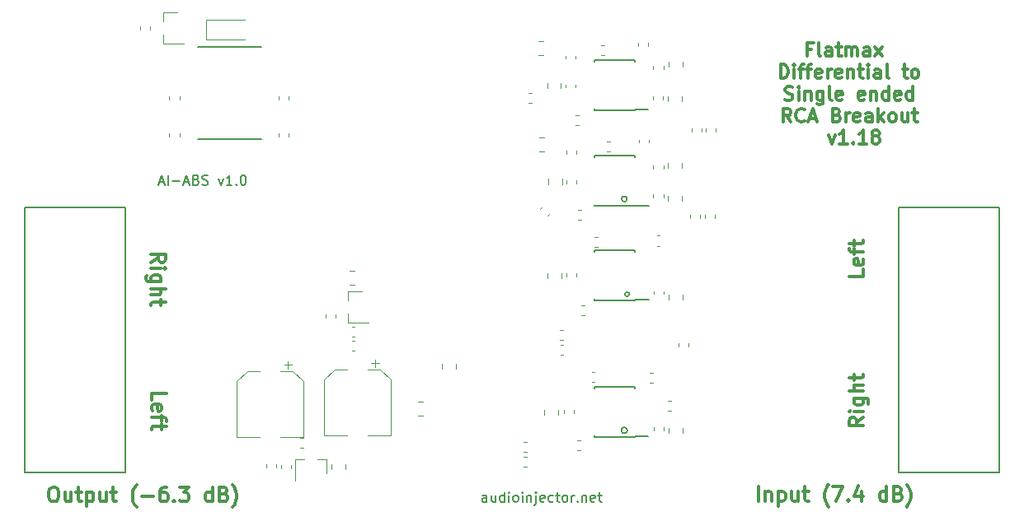
<source format=gbr>
G04 #@! TF.GenerationSoftware,KiCad,Pcbnew,6.0.2+dfsg-1*
G04 #@! TF.CreationDate,2022-08-30T21:03:39+10:00*
G04 #@! TF.ProjectId,AI.ABS.v1.single.ended.preamplifier,41492e41-4253-42e7-9631-2e73696e676c,rev?*
G04 #@! TF.SameCoordinates,Original*
G04 #@! TF.FileFunction,Legend,Top*
G04 #@! TF.FilePolarity,Positive*
%FSLAX45Y45*%
G04 Gerber Fmt 4.5, Leading zero omitted, Abs format (unit mm)*
G04 Created by KiCad (PCBNEW 6.0.2+dfsg-1) date 2022-08-30 21:03:39*
%MOMM*%
%LPD*%
G01*
G04 APERTURE LIST*
%ADD10C,0.300000*%
%ADD11C,0.150000*%
%ADD12C,0.120000*%
G04 APERTURE END LIST*
D10*
X10517143Y-14271428D02*
X10517143Y-14200000D01*
X10667143Y-14200000D01*
X10524286Y-14378571D02*
X10517143Y-14364286D01*
X10517143Y-14335714D01*
X10524286Y-14321428D01*
X10538571Y-14314286D01*
X10595714Y-14314286D01*
X10610000Y-14321428D01*
X10617143Y-14335714D01*
X10617143Y-14364286D01*
X10610000Y-14378571D01*
X10595714Y-14385714D01*
X10581429Y-14385714D01*
X10567143Y-14314286D01*
X10617143Y-14428571D02*
X10617143Y-14485714D01*
X10517143Y-14450000D02*
X10645714Y-14450000D01*
X10660000Y-14457143D01*
X10667143Y-14471428D01*
X10667143Y-14485714D01*
X10617143Y-14514286D02*
X10617143Y-14571428D01*
X10667143Y-14535714D02*
X10538571Y-14535714D01*
X10524286Y-14542857D01*
X10517143Y-14557143D01*
X10517143Y-14571428D01*
X17293333Y-10659200D02*
X17246667Y-10659200D01*
X17246667Y-10732533D02*
X17246667Y-10592533D01*
X17313333Y-10592533D01*
X17386667Y-10732533D02*
X17373333Y-10725867D01*
X17366667Y-10712533D01*
X17366667Y-10592533D01*
X17500000Y-10732533D02*
X17500000Y-10659200D01*
X17493333Y-10645867D01*
X17480000Y-10639200D01*
X17453333Y-10639200D01*
X17440000Y-10645867D01*
X17500000Y-10725867D02*
X17486667Y-10732533D01*
X17453333Y-10732533D01*
X17440000Y-10725867D01*
X17433333Y-10712533D01*
X17433333Y-10699200D01*
X17440000Y-10685867D01*
X17453333Y-10679200D01*
X17486667Y-10679200D01*
X17500000Y-10672533D01*
X17546667Y-10639200D02*
X17600000Y-10639200D01*
X17566667Y-10592533D02*
X17566667Y-10712533D01*
X17573333Y-10725867D01*
X17586667Y-10732533D01*
X17600000Y-10732533D01*
X17646667Y-10732533D02*
X17646667Y-10639200D01*
X17646667Y-10652533D02*
X17653333Y-10645867D01*
X17666667Y-10639200D01*
X17686667Y-10639200D01*
X17700000Y-10645867D01*
X17706667Y-10659200D01*
X17706667Y-10732533D01*
X17706667Y-10659200D02*
X17713333Y-10645867D01*
X17726667Y-10639200D01*
X17746667Y-10639200D01*
X17760000Y-10645867D01*
X17766667Y-10659200D01*
X17766667Y-10732533D01*
X17893333Y-10732533D02*
X17893333Y-10659200D01*
X17886667Y-10645867D01*
X17873333Y-10639200D01*
X17846667Y-10639200D01*
X17833333Y-10645867D01*
X17893333Y-10725867D02*
X17880000Y-10732533D01*
X17846667Y-10732533D01*
X17833333Y-10725867D01*
X17826667Y-10712533D01*
X17826667Y-10699200D01*
X17833333Y-10685867D01*
X17846667Y-10679200D01*
X17880000Y-10679200D01*
X17893333Y-10672533D01*
X17946667Y-10732533D02*
X18020000Y-10639200D01*
X17946667Y-10639200D02*
X18020000Y-10732533D01*
X16973333Y-10957933D02*
X16973333Y-10817933D01*
X17006667Y-10817933D01*
X17026667Y-10824600D01*
X17040000Y-10837933D01*
X17046667Y-10851267D01*
X17053333Y-10877933D01*
X17053333Y-10897933D01*
X17046667Y-10924600D01*
X17040000Y-10937933D01*
X17026667Y-10951267D01*
X17006667Y-10957933D01*
X16973333Y-10957933D01*
X17113333Y-10957933D02*
X17113333Y-10864600D01*
X17113333Y-10817933D02*
X17106667Y-10824600D01*
X17113333Y-10831267D01*
X17120000Y-10824600D01*
X17113333Y-10817933D01*
X17113333Y-10831267D01*
X17160000Y-10864600D02*
X17213333Y-10864600D01*
X17180000Y-10957933D02*
X17180000Y-10837933D01*
X17186667Y-10824600D01*
X17200000Y-10817933D01*
X17213333Y-10817933D01*
X17240000Y-10864600D02*
X17293333Y-10864600D01*
X17260000Y-10957933D02*
X17260000Y-10837933D01*
X17266667Y-10824600D01*
X17280000Y-10817933D01*
X17293333Y-10817933D01*
X17393333Y-10951267D02*
X17380000Y-10957933D01*
X17353333Y-10957933D01*
X17340000Y-10951267D01*
X17333333Y-10937933D01*
X17333333Y-10884600D01*
X17340000Y-10871267D01*
X17353333Y-10864600D01*
X17380000Y-10864600D01*
X17393333Y-10871267D01*
X17400000Y-10884600D01*
X17400000Y-10897933D01*
X17333333Y-10911267D01*
X17460000Y-10957933D02*
X17460000Y-10864600D01*
X17460000Y-10891267D02*
X17466667Y-10877933D01*
X17473333Y-10871267D01*
X17486667Y-10864600D01*
X17500000Y-10864600D01*
X17600000Y-10951267D02*
X17586667Y-10957933D01*
X17560000Y-10957933D01*
X17546667Y-10951267D01*
X17540000Y-10937933D01*
X17540000Y-10884600D01*
X17546667Y-10871267D01*
X17560000Y-10864600D01*
X17586667Y-10864600D01*
X17600000Y-10871267D01*
X17606667Y-10884600D01*
X17606667Y-10897933D01*
X17540000Y-10911267D01*
X17666667Y-10864600D02*
X17666667Y-10957933D01*
X17666667Y-10877933D02*
X17673333Y-10871267D01*
X17686667Y-10864600D01*
X17706667Y-10864600D01*
X17720000Y-10871267D01*
X17726667Y-10884600D01*
X17726667Y-10957933D01*
X17773333Y-10864600D02*
X17826667Y-10864600D01*
X17793333Y-10817933D02*
X17793333Y-10937933D01*
X17800000Y-10951267D01*
X17813333Y-10957933D01*
X17826667Y-10957933D01*
X17873333Y-10957933D02*
X17873333Y-10864600D01*
X17873333Y-10817933D02*
X17866667Y-10824600D01*
X17873333Y-10831267D01*
X17880000Y-10824600D01*
X17873333Y-10817933D01*
X17873333Y-10831267D01*
X18000000Y-10957933D02*
X18000000Y-10884600D01*
X17993333Y-10871267D01*
X17980000Y-10864600D01*
X17953333Y-10864600D01*
X17940000Y-10871267D01*
X18000000Y-10951267D02*
X17986667Y-10957933D01*
X17953333Y-10957933D01*
X17940000Y-10951267D01*
X17933333Y-10937933D01*
X17933333Y-10924600D01*
X17940000Y-10911267D01*
X17953333Y-10904600D01*
X17986667Y-10904600D01*
X18000000Y-10897933D01*
X18086667Y-10957933D02*
X18073333Y-10951267D01*
X18066667Y-10937933D01*
X18066667Y-10817933D01*
X18226667Y-10864600D02*
X18280000Y-10864600D01*
X18246667Y-10817933D02*
X18246667Y-10937933D01*
X18253333Y-10951267D01*
X18266667Y-10957933D01*
X18280000Y-10957933D01*
X18346667Y-10957933D02*
X18333333Y-10951267D01*
X18326667Y-10944600D01*
X18320000Y-10931267D01*
X18320000Y-10891267D01*
X18326667Y-10877933D01*
X18333333Y-10871267D01*
X18346667Y-10864600D01*
X18366667Y-10864600D01*
X18380000Y-10871267D01*
X18386667Y-10877933D01*
X18393333Y-10891267D01*
X18393333Y-10931267D01*
X18386667Y-10944600D01*
X18380000Y-10951267D01*
X18366667Y-10957933D01*
X18346667Y-10957933D01*
X17020000Y-11176667D02*
X17040000Y-11183333D01*
X17073333Y-11183333D01*
X17086667Y-11176667D01*
X17093333Y-11170000D01*
X17100000Y-11156667D01*
X17100000Y-11143333D01*
X17093333Y-11130000D01*
X17086667Y-11123333D01*
X17073333Y-11116667D01*
X17046667Y-11110000D01*
X17033333Y-11103333D01*
X17026667Y-11096667D01*
X17020000Y-11083333D01*
X17020000Y-11070000D01*
X17026667Y-11056667D01*
X17033333Y-11050000D01*
X17046667Y-11043333D01*
X17080000Y-11043333D01*
X17100000Y-11050000D01*
X17160000Y-11183333D02*
X17160000Y-11090000D01*
X17160000Y-11043333D02*
X17153333Y-11050000D01*
X17160000Y-11056667D01*
X17166667Y-11050000D01*
X17160000Y-11043333D01*
X17160000Y-11056667D01*
X17226667Y-11090000D02*
X17226667Y-11183333D01*
X17226667Y-11103333D02*
X17233333Y-11096667D01*
X17246667Y-11090000D01*
X17266667Y-11090000D01*
X17280000Y-11096667D01*
X17286667Y-11110000D01*
X17286667Y-11183333D01*
X17413333Y-11090000D02*
X17413333Y-11203333D01*
X17406667Y-11216667D01*
X17400000Y-11223333D01*
X17386667Y-11230000D01*
X17366667Y-11230000D01*
X17353333Y-11223333D01*
X17413333Y-11176667D02*
X17400000Y-11183333D01*
X17373333Y-11183333D01*
X17360000Y-11176667D01*
X17353333Y-11170000D01*
X17346667Y-11156667D01*
X17346667Y-11116667D01*
X17353333Y-11103333D01*
X17360000Y-11096667D01*
X17373333Y-11090000D01*
X17400000Y-11090000D01*
X17413333Y-11096667D01*
X17500000Y-11183333D02*
X17486667Y-11176667D01*
X17480000Y-11163333D01*
X17480000Y-11043333D01*
X17606667Y-11176667D02*
X17593333Y-11183333D01*
X17566667Y-11183333D01*
X17553333Y-11176667D01*
X17546667Y-11163333D01*
X17546667Y-11110000D01*
X17553333Y-11096667D01*
X17566667Y-11090000D01*
X17593333Y-11090000D01*
X17606667Y-11096667D01*
X17613333Y-11110000D01*
X17613333Y-11123333D01*
X17546667Y-11136667D01*
X17833333Y-11176667D02*
X17820000Y-11183333D01*
X17793333Y-11183333D01*
X17780000Y-11176667D01*
X17773333Y-11163333D01*
X17773333Y-11110000D01*
X17780000Y-11096667D01*
X17793333Y-11090000D01*
X17820000Y-11090000D01*
X17833333Y-11096667D01*
X17840000Y-11110000D01*
X17840000Y-11123333D01*
X17773333Y-11136667D01*
X17900000Y-11090000D02*
X17900000Y-11183333D01*
X17900000Y-11103333D02*
X17906667Y-11096667D01*
X17920000Y-11090000D01*
X17940000Y-11090000D01*
X17953333Y-11096667D01*
X17960000Y-11110000D01*
X17960000Y-11183333D01*
X18086667Y-11183333D02*
X18086667Y-11043333D01*
X18086667Y-11176667D02*
X18073333Y-11183333D01*
X18046667Y-11183333D01*
X18033333Y-11176667D01*
X18026667Y-11170000D01*
X18020000Y-11156667D01*
X18020000Y-11116667D01*
X18026667Y-11103333D01*
X18033333Y-11096667D01*
X18046667Y-11090000D01*
X18073333Y-11090000D01*
X18086667Y-11096667D01*
X18206667Y-11176667D02*
X18193333Y-11183333D01*
X18166667Y-11183333D01*
X18153333Y-11176667D01*
X18146667Y-11163333D01*
X18146667Y-11110000D01*
X18153333Y-11096667D01*
X18166667Y-11090000D01*
X18193333Y-11090000D01*
X18206667Y-11096667D01*
X18213333Y-11110000D01*
X18213333Y-11123333D01*
X18146667Y-11136667D01*
X18333333Y-11183333D02*
X18333333Y-11043333D01*
X18333333Y-11176667D02*
X18320000Y-11183333D01*
X18293333Y-11183333D01*
X18280000Y-11176667D01*
X18273333Y-11170000D01*
X18266667Y-11156667D01*
X18266667Y-11116667D01*
X18273333Y-11103333D01*
X18280000Y-11096667D01*
X18293333Y-11090000D01*
X18320000Y-11090000D01*
X18333333Y-11096667D01*
X17080000Y-11408733D02*
X17033333Y-11342067D01*
X17000000Y-11408733D02*
X17000000Y-11268733D01*
X17053333Y-11268733D01*
X17066667Y-11275400D01*
X17073333Y-11282067D01*
X17080000Y-11295400D01*
X17080000Y-11315400D01*
X17073333Y-11328733D01*
X17066667Y-11335400D01*
X17053333Y-11342067D01*
X17000000Y-11342067D01*
X17220000Y-11395400D02*
X17213333Y-11402067D01*
X17193333Y-11408733D01*
X17180000Y-11408733D01*
X17160000Y-11402067D01*
X17146667Y-11388733D01*
X17140000Y-11375400D01*
X17133333Y-11348733D01*
X17133333Y-11328733D01*
X17140000Y-11302067D01*
X17146667Y-11288733D01*
X17160000Y-11275400D01*
X17180000Y-11268733D01*
X17193333Y-11268733D01*
X17213333Y-11275400D01*
X17220000Y-11282067D01*
X17273333Y-11368733D02*
X17340000Y-11368733D01*
X17260000Y-11408733D02*
X17306667Y-11268733D01*
X17353333Y-11408733D01*
X17553333Y-11335400D02*
X17573333Y-11342067D01*
X17580000Y-11348733D01*
X17586667Y-11362067D01*
X17586667Y-11382067D01*
X17580000Y-11395400D01*
X17573333Y-11402067D01*
X17560000Y-11408733D01*
X17506667Y-11408733D01*
X17506667Y-11268733D01*
X17553333Y-11268733D01*
X17566667Y-11275400D01*
X17573333Y-11282067D01*
X17580000Y-11295400D01*
X17580000Y-11308733D01*
X17573333Y-11322067D01*
X17566667Y-11328733D01*
X17553333Y-11335400D01*
X17506667Y-11335400D01*
X17646667Y-11408733D02*
X17646667Y-11315400D01*
X17646667Y-11342067D02*
X17653333Y-11328733D01*
X17660000Y-11322067D01*
X17673333Y-11315400D01*
X17686667Y-11315400D01*
X17786667Y-11402067D02*
X17773333Y-11408733D01*
X17746667Y-11408733D01*
X17733333Y-11402067D01*
X17726667Y-11388733D01*
X17726667Y-11335400D01*
X17733333Y-11322067D01*
X17746667Y-11315400D01*
X17773333Y-11315400D01*
X17786667Y-11322067D01*
X17793333Y-11335400D01*
X17793333Y-11348733D01*
X17726667Y-11362067D01*
X17913333Y-11408733D02*
X17913333Y-11335400D01*
X17906667Y-11322067D01*
X17893333Y-11315400D01*
X17866667Y-11315400D01*
X17853333Y-11322067D01*
X17913333Y-11402067D02*
X17900000Y-11408733D01*
X17866667Y-11408733D01*
X17853333Y-11402067D01*
X17846667Y-11388733D01*
X17846667Y-11375400D01*
X17853333Y-11362067D01*
X17866667Y-11355400D01*
X17900000Y-11355400D01*
X17913333Y-11348733D01*
X17980000Y-11408733D02*
X17980000Y-11268733D01*
X17993333Y-11355400D02*
X18033333Y-11408733D01*
X18033333Y-11315400D02*
X17980000Y-11368733D01*
X18113333Y-11408733D02*
X18100000Y-11402067D01*
X18093333Y-11395400D01*
X18086667Y-11382067D01*
X18086667Y-11342067D01*
X18093333Y-11328733D01*
X18100000Y-11322067D01*
X18113333Y-11315400D01*
X18133333Y-11315400D01*
X18146667Y-11322067D01*
X18153333Y-11328733D01*
X18160000Y-11342067D01*
X18160000Y-11382067D01*
X18153333Y-11395400D01*
X18146667Y-11402067D01*
X18133333Y-11408733D01*
X18113333Y-11408733D01*
X18280000Y-11315400D02*
X18280000Y-11408733D01*
X18220000Y-11315400D02*
X18220000Y-11388733D01*
X18226667Y-11402067D01*
X18240000Y-11408733D01*
X18260000Y-11408733D01*
X18273333Y-11402067D01*
X18280000Y-11395400D01*
X18326667Y-11315400D02*
X18380000Y-11315400D01*
X18346667Y-11268733D02*
X18346667Y-11388733D01*
X18353333Y-11402067D01*
X18366667Y-11408733D01*
X18380000Y-11408733D01*
X17466667Y-11540800D02*
X17500000Y-11634133D01*
X17533333Y-11540800D01*
X17660000Y-11634133D02*
X17580000Y-11634133D01*
X17620000Y-11634133D02*
X17620000Y-11494133D01*
X17606667Y-11514133D01*
X17593333Y-11527467D01*
X17580000Y-11534133D01*
X17720000Y-11620800D02*
X17726667Y-11627467D01*
X17720000Y-11634133D01*
X17713333Y-11627467D01*
X17720000Y-11620800D01*
X17720000Y-11634133D01*
X17860000Y-11634133D02*
X17780000Y-11634133D01*
X17820000Y-11634133D02*
X17820000Y-11494133D01*
X17806667Y-11514133D01*
X17793333Y-11527467D01*
X17780000Y-11534133D01*
X17940000Y-11554133D02*
X17926667Y-11547467D01*
X17920000Y-11540800D01*
X17913333Y-11527467D01*
X17913333Y-11520800D01*
X17920000Y-11507467D01*
X17926667Y-11500800D01*
X17940000Y-11494133D01*
X17966667Y-11494133D01*
X17980000Y-11500800D01*
X17986667Y-11507467D01*
X17993333Y-11520800D01*
X17993333Y-11527467D01*
X17986667Y-11540800D01*
X17980000Y-11547467D01*
X17966667Y-11554133D01*
X17940000Y-11554133D01*
X17926667Y-11560800D01*
X17920000Y-11567467D01*
X17913333Y-11580800D01*
X17913333Y-11607467D01*
X17920000Y-11620800D01*
X17926667Y-11627467D01*
X17940000Y-11634133D01*
X17966667Y-11634133D01*
X17980000Y-11627467D01*
X17986667Y-11620800D01*
X17993333Y-11607467D01*
X17993333Y-11580800D01*
X17986667Y-11567467D01*
X17980000Y-11560800D01*
X17966667Y-11554133D01*
D11*
X15398284Y-12200000D02*
G75*
G03*
X15398284Y-12200000I-28284J0D01*
G01*
X13958095Y-15315238D02*
X13958095Y-15262857D01*
X13953333Y-15253333D01*
X13943809Y-15248571D01*
X13924762Y-15248571D01*
X13915238Y-15253333D01*
X13958095Y-15310476D02*
X13948571Y-15315238D01*
X13924762Y-15315238D01*
X13915238Y-15310476D01*
X13910476Y-15300952D01*
X13910476Y-15291428D01*
X13915238Y-15281905D01*
X13924762Y-15277143D01*
X13948571Y-15277143D01*
X13958095Y-15272381D01*
X14048571Y-15248571D02*
X14048571Y-15315238D01*
X14005714Y-15248571D02*
X14005714Y-15300952D01*
X14010476Y-15310476D01*
X14020000Y-15315238D01*
X14034286Y-15315238D01*
X14043809Y-15310476D01*
X14048571Y-15305714D01*
X14139048Y-15315238D02*
X14139048Y-15215238D01*
X14139048Y-15310476D02*
X14129524Y-15315238D01*
X14110476Y-15315238D01*
X14100952Y-15310476D01*
X14096190Y-15305714D01*
X14091428Y-15296190D01*
X14091428Y-15267619D01*
X14096190Y-15258095D01*
X14100952Y-15253333D01*
X14110476Y-15248571D01*
X14129524Y-15248571D01*
X14139048Y-15253333D01*
X14186667Y-15315238D02*
X14186667Y-15248571D01*
X14186667Y-15215238D02*
X14181905Y-15220000D01*
X14186667Y-15224762D01*
X14191428Y-15220000D01*
X14186667Y-15215238D01*
X14186667Y-15224762D01*
X14248571Y-15315238D02*
X14239048Y-15310476D01*
X14234286Y-15305714D01*
X14229524Y-15296190D01*
X14229524Y-15267619D01*
X14234286Y-15258095D01*
X14239048Y-15253333D01*
X14248571Y-15248571D01*
X14262857Y-15248571D01*
X14272381Y-15253333D01*
X14277143Y-15258095D01*
X14281905Y-15267619D01*
X14281905Y-15296190D01*
X14277143Y-15305714D01*
X14272381Y-15310476D01*
X14262857Y-15315238D01*
X14248571Y-15315238D01*
X14324762Y-15315238D02*
X14324762Y-15248571D01*
X14324762Y-15215238D02*
X14320000Y-15220000D01*
X14324762Y-15224762D01*
X14329524Y-15220000D01*
X14324762Y-15215238D01*
X14324762Y-15224762D01*
X14372381Y-15248571D02*
X14372381Y-15315238D01*
X14372381Y-15258095D02*
X14377143Y-15253333D01*
X14386667Y-15248571D01*
X14400952Y-15248571D01*
X14410476Y-15253333D01*
X14415238Y-15262857D01*
X14415238Y-15315238D01*
X14462857Y-15248571D02*
X14462857Y-15334286D01*
X14458095Y-15343809D01*
X14448571Y-15348571D01*
X14443809Y-15348571D01*
X14462857Y-15215238D02*
X14458095Y-15220000D01*
X14462857Y-15224762D01*
X14467619Y-15220000D01*
X14462857Y-15215238D01*
X14462857Y-15224762D01*
X14548571Y-15310476D02*
X14539048Y-15315238D01*
X14520000Y-15315238D01*
X14510476Y-15310476D01*
X14505714Y-15300952D01*
X14505714Y-15262857D01*
X14510476Y-15253333D01*
X14520000Y-15248571D01*
X14539048Y-15248571D01*
X14548571Y-15253333D01*
X14553333Y-15262857D01*
X14553333Y-15272381D01*
X14505714Y-15281905D01*
X14639048Y-15310476D02*
X14629524Y-15315238D01*
X14610476Y-15315238D01*
X14600952Y-15310476D01*
X14596190Y-15305714D01*
X14591428Y-15296190D01*
X14591428Y-15267619D01*
X14596190Y-15258095D01*
X14600952Y-15253333D01*
X14610476Y-15248571D01*
X14629524Y-15248571D01*
X14639048Y-15253333D01*
X14667619Y-15248571D02*
X14705714Y-15248571D01*
X14681905Y-15215238D02*
X14681905Y-15300952D01*
X14686667Y-15310476D01*
X14696190Y-15315238D01*
X14705714Y-15315238D01*
X14753333Y-15315238D02*
X14743809Y-15310476D01*
X14739048Y-15305714D01*
X14734286Y-15296190D01*
X14734286Y-15267619D01*
X14739048Y-15258095D01*
X14743809Y-15253333D01*
X14753333Y-15248571D01*
X14767619Y-15248571D01*
X14777143Y-15253333D01*
X14781905Y-15258095D01*
X14786667Y-15267619D01*
X14786667Y-15296190D01*
X14781905Y-15305714D01*
X14777143Y-15310476D01*
X14767619Y-15315238D01*
X14753333Y-15315238D01*
X14829524Y-15315238D02*
X14829524Y-15248571D01*
X14829524Y-15267619D02*
X14834286Y-15258095D01*
X14839048Y-15253333D01*
X14848571Y-15248571D01*
X14858095Y-15248571D01*
X14891428Y-15305714D02*
X14896190Y-15310476D01*
X14891428Y-15315238D01*
X14886667Y-15310476D01*
X14891428Y-15305714D01*
X14891428Y-15315238D01*
X14939048Y-15248571D02*
X14939048Y-15315238D01*
X14939048Y-15258095D02*
X14943809Y-15253333D01*
X14953333Y-15248571D01*
X14967619Y-15248571D01*
X14977143Y-15253333D01*
X14981905Y-15262857D01*
X14981905Y-15315238D01*
X15067619Y-15310476D02*
X15058095Y-15315238D01*
X15039048Y-15315238D01*
X15029524Y-15310476D01*
X15024762Y-15300952D01*
X15024762Y-15262857D01*
X15029524Y-15253333D01*
X15039048Y-15248571D01*
X15058095Y-15248571D01*
X15067619Y-15253333D01*
X15072381Y-15262857D01*
X15072381Y-15272381D01*
X15024762Y-15281905D01*
X15100952Y-15248571D02*
X15139048Y-15248571D01*
X15115238Y-15215238D02*
X15115238Y-15300952D01*
X15120000Y-15310476D01*
X15129524Y-15315238D01*
X15139048Y-15315238D01*
X10594762Y-12026667D02*
X10642381Y-12026667D01*
X10585238Y-12055238D02*
X10618571Y-11955238D01*
X10651905Y-12055238D01*
X10685238Y-12055238D02*
X10685238Y-11955238D01*
X10732857Y-12017143D02*
X10809048Y-12017143D01*
X10851905Y-12026667D02*
X10899524Y-12026667D01*
X10842381Y-12055238D02*
X10875714Y-11955238D01*
X10909048Y-12055238D01*
X10975714Y-12002857D02*
X10990000Y-12007619D01*
X10994762Y-12012381D01*
X10999524Y-12021905D01*
X10999524Y-12036190D01*
X10994762Y-12045714D01*
X10990000Y-12050476D01*
X10980476Y-12055238D01*
X10942381Y-12055238D01*
X10942381Y-11955238D01*
X10975714Y-11955238D01*
X10985238Y-11960000D01*
X10990000Y-11964762D01*
X10994762Y-11974286D01*
X10994762Y-11983809D01*
X10990000Y-11993333D01*
X10985238Y-11998095D01*
X10975714Y-12002857D01*
X10942381Y-12002857D01*
X11037619Y-12050476D02*
X11051905Y-12055238D01*
X11075714Y-12055238D01*
X11085238Y-12050476D01*
X11090000Y-12045714D01*
X11094762Y-12036190D01*
X11094762Y-12026667D01*
X11090000Y-12017143D01*
X11085238Y-12012381D01*
X11075714Y-12007619D01*
X11056667Y-12002857D01*
X11047143Y-11998095D01*
X11042381Y-11993333D01*
X11037619Y-11983809D01*
X11037619Y-11974286D01*
X11042381Y-11964762D01*
X11047143Y-11960000D01*
X11056667Y-11955238D01*
X11080476Y-11955238D01*
X11094762Y-11960000D01*
X11204286Y-11988571D02*
X11228095Y-12055238D01*
X11251905Y-11988571D01*
X11342381Y-12055238D02*
X11285238Y-12055238D01*
X11313809Y-12055238D02*
X11313809Y-11955238D01*
X11304286Y-11969524D01*
X11294762Y-11979048D01*
X11285238Y-11983809D01*
X11385238Y-12045714D02*
X11390000Y-12050476D01*
X11385238Y-12055238D01*
X11380476Y-12050476D01*
X11385238Y-12045714D01*
X11385238Y-12055238D01*
X11451905Y-11955238D02*
X11461428Y-11955238D01*
X11470952Y-11960000D01*
X11475714Y-11964762D01*
X11480476Y-11974286D01*
X11485238Y-11993333D01*
X11485238Y-12017143D01*
X11480476Y-12036190D01*
X11475714Y-12045714D01*
X11470952Y-12050476D01*
X11461428Y-12055238D01*
X11451905Y-12055238D01*
X11442381Y-12050476D01*
X11437619Y-12045714D01*
X11432857Y-12036190D01*
X11428095Y-12017143D01*
X11428095Y-11993333D01*
X11432857Y-11974286D01*
X11437619Y-11964762D01*
X11442381Y-11960000D01*
X11451905Y-11955238D01*
D10*
X10512143Y-12852143D02*
X10583571Y-12802143D01*
X10512143Y-12766428D02*
X10662143Y-12766428D01*
X10662143Y-12823571D01*
X10655000Y-12837857D01*
X10647857Y-12845000D01*
X10633571Y-12852143D01*
X10612143Y-12852143D01*
X10597857Y-12845000D01*
X10590714Y-12837857D01*
X10583571Y-12823571D01*
X10583571Y-12766428D01*
X10512143Y-12916428D02*
X10612143Y-12916428D01*
X10662143Y-12916428D02*
X10655000Y-12909286D01*
X10647857Y-12916428D01*
X10655000Y-12923571D01*
X10662143Y-12916428D01*
X10647857Y-12916428D01*
X10612143Y-13052143D02*
X10490714Y-13052143D01*
X10476429Y-13045000D01*
X10469286Y-13037857D01*
X10462143Y-13023571D01*
X10462143Y-13002143D01*
X10469286Y-12987857D01*
X10519286Y-13052143D02*
X10512143Y-13037857D01*
X10512143Y-13009286D01*
X10519286Y-12995000D01*
X10526429Y-12987857D01*
X10540714Y-12980714D01*
X10583571Y-12980714D01*
X10597857Y-12987857D01*
X10605000Y-12995000D01*
X10612143Y-13009286D01*
X10612143Y-13037857D01*
X10605000Y-13052143D01*
X10512143Y-13123571D02*
X10662143Y-13123571D01*
X10512143Y-13187857D02*
X10590714Y-13187857D01*
X10605000Y-13180714D01*
X10612143Y-13166428D01*
X10612143Y-13145000D01*
X10605000Y-13130714D01*
X10597857Y-13123571D01*
X10612143Y-13237857D02*
X10612143Y-13295000D01*
X10662143Y-13259286D02*
X10533571Y-13259286D01*
X10519286Y-13266428D01*
X10512143Y-13280714D01*
X10512143Y-13295000D01*
X17827857Y-14447857D02*
X17756429Y-14497857D01*
X17827857Y-14533571D02*
X17677857Y-14533571D01*
X17677857Y-14476428D01*
X17685000Y-14462143D01*
X17692143Y-14455000D01*
X17706429Y-14447857D01*
X17727857Y-14447857D01*
X17742143Y-14455000D01*
X17749286Y-14462143D01*
X17756429Y-14476428D01*
X17756429Y-14533571D01*
X17827857Y-14383571D02*
X17727857Y-14383571D01*
X17677857Y-14383571D02*
X17685000Y-14390714D01*
X17692143Y-14383571D01*
X17685000Y-14376428D01*
X17677857Y-14383571D01*
X17692143Y-14383571D01*
X17727857Y-14247857D02*
X17849286Y-14247857D01*
X17863571Y-14255000D01*
X17870714Y-14262143D01*
X17877857Y-14276428D01*
X17877857Y-14297857D01*
X17870714Y-14312143D01*
X17820714Y-14247857D02*
X17827857Y-14262143D01*
X17827857Y-14290714D01*
X17820714Y-14305000D01*
X17813571Y-14312143D01*
X17799286Y-14319286D01*
X17756429Y-14319286D01*
X17742143Y-14312143D01*
X17735000Y-14305000D01*
X17727857Y-14290714D01*
X17727857Y-14262143D01*
X17735000Y-14247857D01*
X17827857Y-14176428D02*
X17677857Y-14176428D01*
X17827857Y-14112143D02*
X17749286Y-14112143D01*
X17735000Y-14119286D01*
X17727857Y-14133571D01*
X17727857Y-14155000D01*
X17735000Y-14169286D01*
X17742143Y-14176428D01*
X17727857Y-14062143D02*
X17727857Y-14005000D01*
X17677857Y-14040714D02*
X17806429Y-14040714D01*
X17820714Y-14033571D01*
X17827857Y-14019286D01*
X17827857Y-14005000D01*
X17827857Y-12923571D02*
X17827857Y-12995000D01*
X17677857Y-12995000D01*
X17820714Y-12816428D02*
X17827857Y-12830714D01*
X17827857Y-12859286D01*
X17820714Y-12873571D01*
X17806429Y-12880714D01*
X17749286Y-12880714D01*
X17735000Y-12873571D01*
X17727857Y-12859286D01*
X17727857Y-12830714D01*
X17735000Y-12816428D01*
X17749286Y-12809286D01*
X17763571Y-12809286D01*
X17777857Y-12880714D01*
X17727857Y-12766428D02*
X17727857Y-12709286D01*
X17827857Y-12745000D02*
X17699286Y-12745000D01*
X17685000Y-12737857D01*
X17677857Y-12723571D01*
X17677857Y-12709286D01*
X17727857Y-12680714D02*
X17727857Y-12623571D01*
X17677857Y-12659286D02*
X17806429Y-12659286D01*
X17820714Y-12652143D01*
X17827857Y-12637857D01*
X17827857Y-12623571D01*
D11*
X15401623Y-14580000D02*
G75*
G03*
X15401623Y-14580000I-31623J0D01*
G01*
X15422361Y-13180000D02*
G75*
G03*
X15422361Y-13180000I-22361J0D01*
G01*
D10*
X16747857Y-15307857D02*
X16747857Y-15157857D01*
X16819286Y-15207857D02*
X16819286Y-15307857D01*
X16819286Y-15222143D02*
X16826429Y-15215000D01*
X16840714Y-15207857D01*
X16862143Y-15207857D01*
X16876429Y-15215000D01*
X16883571Y-15229286D01*
X16883571Y-15307857D01*
X16955000Y-15207857D02*
X16955000Y-15357857D01*
X16955000Y-15215000D02*
X16969286Y-15207857D01*
X16997857Y-15207857D01*
X17012143Y-15215000D01*
X17019286Y-15222143D01*
X17026429Y-15236428D01*
X17026429Y-15279286D01*
X17019286Y-15293571D01*
X17012143Y-15300714D01*
X16997857Y-15307857D01*
X16969286Y-15307857D01*
X16955000Y-15300714D01*
X17155000Y-15207857D02*
X17155000Y-15307857D01*
X17090714Y-15207857D02*
X17090714Y-15286428D01*
X17097857Y-15300714D01*
X17112143Y-15307857D01*
X17133571Y-15307857D01*
X17147857Y-15300714D01*
X17155000Y-15293571D01*
X17205000Y-15207857D02*
X17262143Y-15207857D01*
X17226429Y-15157857D02*
X17226429Y-15286428D01*
X17233571Y-15300714D01*
X17247857Y-15307857D01*
X17262143Y-15307857D01*
X17469286Y-15365000D02*
X17462143Y-15357857D01*
X17447857Y-15336428D01*
X17440714Y-15322143D01*
X17433571Y-15300714D01*
X17426429Y-15265000D01*
X17426429Y-15236428D01*
X17433571Y-15200714D01*
X17440714Y-15179286D01*
X17447857Y-15165000D01*
X17462143Y-15143571D01*
X17469286Y-15136428D01*
X17512143Y-15157857D02*
X17612143Y-15157857D01*
X17547857Y-15307857D01*
X17669286Y-15293571D02*
X17676429Y-15300714D01*
X17669286Y-15307857D01*
X17662143Y-15300714D01*
X17669286Y-15293571D01*
X17669286Y-15307857D01*
X17805000Y-15207857D02*
X17805000Y-15307857D01*
X17769286Y-15150714D02*
X17733571Y-15257857D01*
X17826429Y-15257857D01*
X18062143Y-15307857D02*
X18062143Y-15157857D01*
X18062143Y-15300714D02*
X18047857Y-15307857D01*
X18019286Y-15307857D01*
X18005000Y-15300714D01*
X17997857Y-15293571D01*
X17990714Y-15279286D01*
X17990714Y-15236428D01*
X17997857Y-15222143D01*
X18005000Y-15215000D01*
X18019286Y-15207857D01*
X18047857Y-15207857D01*
X18062143Y-15215000D01*
X18183571Y-15229286D02*
X18205000Y-15236428D01*
X18212143Y-15243571D01*
X18219286Y-15257857D01*
X18219286Y-15279286D01*
X18212143Y-15293571D01*
X18205000Y-15300714D01*
X18190714Y-15307857D01*
X18133571Y-15307857D01*
X18133571Y-15157857D01*
X18183571Y-15157857D01*
X18197857Y-15165000D01*
X18205000Y-15172143D01*
X18212143Y-15186428D01*
X18212143Y-15200714D01*
X18205000Y-15215000D01*
X18197857Y-15222143D01*
X18183571Y-15229286D01*
X18133571Y-15229286D01*
X18269286Y-15365000D02*
X18276429Y-15357857D01*
X18290714Y-15336428D01*
X18297857Y-15322143D01*
X18305000Y-15300714D01*
X18312143Y-15265000D01*
X18312143Y-15236428D01*
X18305000Y-15200714D01*
X18297857Y-15179286D01*
X18290714Y-15165000D01*
X18276429Y-15143571D01*
X18269286Y-15136428D01*
X9497857Y-15162857D02*
X9526429Y-15162857D01*
X9540714Y-15170000D01*
X9555000Y-15184286D01*
X9562143Y-15212857D01*
X9562143Y-15262857D01*
X9555000Y-15291428D01*
X9540714Y-15305714D01*
X9526429Y-15312857D01*
X9497857Y-15312857D01*
X9483571Y-15305714D01*
X9469286Y-15291428D01*
X9462143Y-15262857D01*
X9462143Y-15212857D01*
X9469286Y-15184286D01*
X9483571Y-15170000D01*
X9497857Y-15162857D01*
X9690714Y-15212857D02*
X9690714Y-15312857D01*
X9626429Y-15212857D02*
X9626429Y-15291428D01*
X9633571Y-15305714D01*
X9647857Y-15312857D01*
X9669286Y-15312857D01*
X9683571Y-15305714D01*
X9690714Y-15298571D01*
X9740714Y-15212857D02*
X9797857Y-15212857D01*
X9762143Y-15162857D02*
X9762143Y-15291428D01*
X9769286Y-15305714D01*
X9783571Y-15312857D01*
X9797857Y-15312857D01*
X9847857Y-15212857D02*
X9847857Y-15362857D01*
X9847857Y-15220000D02*
X9862143Y-15212857D01*
X9890714Y-15212857D01*
X9905000Y-15220000D01*
X9912143Y-15227143D01*
X9919286Y-15241428D01*
X9919286Y-15284286D01*
X9912143Y-15298571D01*
X9905000Y-15305714D01*
X9890714Y-15312857D01*
X9862143Y-15312857D01*
X9847857Y-15305714D01*
X10047857Y-15212857D02*
X10047857Y-15312857D01*
X9983571Y-15212857D02*
X9983571Y-15291428D01*
X9990714Y-15305714D01*
X10005000Y-15312857D01*
X10026429Y-15312857D01*
X10040714Y-15305714D01*
X10047857Y-15298571D01*
X10097857Y-15212857D02*
X10155000Y-15212857D01*
X10119286Y-15162857D02*
X10119286Y-15291428D01*
X10126429Y-15305714D01*
X10140714Y-15312857D01*
X10155000Y-15312857D01*
X10362143Y-15370000D02*
X10355000Y-15362857D01*
X10340714Y-15341428D01*
X10333571Y-15327143D01*
X10326429Y-15305714D01*
X10319286Y-15270000D01*
X10319286Y-15241428D01*
X10326429Y-15205714D01*
X10333571Y-15184286D01*
X10340714Y-15170000D01*
X10355000Y-15148571D01*
X10362143Y-15141428D01*
X10419286Y-15255714D02*
X10533571Y-15255714D01*
X10669286Y-15162857D02*
X10640714Y-15162857D01*
X10626429Y-15170000D01*
X10619286Y-15177143D01*
X10605000Y-15198571D01*
X10597857Y-15227143D01*
X10597857Y-15284286D01*
X10605000Y-15298571D01*
X10612143Y-15305714D01*
X10626429Y-15312857D01*
X10655000Y-15312857D01*
X10669286Y-15305714D01*
X10676429Y-15298571D01*
X10683571Y-15284286D01*
X10683571Y-15248571D01*
X10676429Y-15234286D01*
X10669286Y-15227143D01*
X10655000Y-15220000D01*
X10626429Y-15220000D01*
X10612143Y-15227143D01*
X10605000Y-15234286D01*
X10597857Y-15248571D01*
X10747857Y-15298571D02*
X10755000Y-15305714D01*
X10747857Y-15312857D01*
X10740714Y-15305714D01*
X10747857Y-15298571D01*
X10747857Y-15312857D01*
X10805000Y-15162857D02*
X10897857Y-15162857D01*
X10847857Y-15220000D01*
X10869286Y-15220000D01*
X10883571Y-15227143D01*
X10890714Y-15234286D01*
X10897857Y-15248571D01*
X10897857Y-15284286D01*
X10890714Y-15298571D01*
X10883571Y-15305714D01*
X10869286Y-15312857D01*
X10826429Y-15312857D01*
X10812143Y-15305714D01*
X10805000Y-15298571D01*
X11140714Y-15312857D02*
X11140714Y-15162857D01*
X11140714Y-15305714D02*
X11126429Y-15312857D01*
X11097857Y-15312857D01*
X11083571Y-15305714D01*
X11076429Y-15298571D01*
X11069286Y-15284286D01*
X11069286Y-15241428D01*
X11076429Y-15227143D01*
X11083571Y-15220000D01*
X11097857Y-15212857D01*
X11126429Y-15212857D01*
X11140714Y-15220000D01*
X11262143Y-15234286D02*
X11283571Y-15241428D01*
X11290714Y-15248571D01*
X11297857Y-15262857D01*
X11297857Y-15284286D01*
X11290714Y-15298571D01*
X11283571Y-15305714D01*
X11269286Y-15312857D01*
X11212143Y-15312857D01*
X11212143Y-15162857D01*
X11262143Y-15162857D01*
X11276428Y-15170000D01*
X11283571Y-15177143D01*
X11290714Y-15191428D01*
X11290714Y-15205714D01*
X11283571Y-15220000D01*
X11276428Y-15227143D01*
X11262143Y-15234286D01*
X11212143Y-15234286D01*
X11347857Y-15370000D02*
X11355000Y-15362857D01*
X11369286Y-15341428D01*
X11376428Y-15327143D01*
X11383571Y-15305714D01*
X11390714Y-15270000D01*
X11390714Y-15241428D01*
X11383571Y-15205714D01*
X11376428Y-15184286D01*
X11369286Y-15170000D01*
X11355000Y-15148571D01*
X11347857Y-15141428D01*
D12*
X15669000Y-10866278D02*
X15669000Y-10833722D01*
X15771000Y-10866278D02*
X15771000Y-10833722D01*
X15817000Y-11140392D02*
X15817000Y-11192108D01*
X15959000Y-11140392D02*
X15959000Y-11192108D01*
X15824000Y-10843358D02*
X15824000Y-10791642D01*
X15966000Y-10843358D02*
X15966000Y-10791642D01*
X15769000Y-11144972D02*
X15769000Y-11177528D01*
X15667000Y-11144972D02*
X15667000Y-11177528D01*
X14881000Y-11703722D02*
X14881000Y-11736278D01*
X14779000Y-11703722D02*
X14779000Y-11736278D01*
X15509000Y-10593722D02*
X15509000Y-10626278D01*
X15611000Y-10593722D02*
X15611000Y-10626278D01*
X14603257Y-12348867D02*
X14580237Y-12371888D01*
X14531132Y-12276743D02*
X14508112Y-12299763D01*
X15067528Y-13979000D02*
X15034972Y-13979000D01*
X15067528Y-14081000D02*
X15034972Y-14081000D01*
X16199000Y-12397528D02*
X16199000Y-12364972D01*
X16301000Y-12397528D02*
X16301000Y-12364972D01*
X15524000Y-11588722D02*
X15524000Y-11621278D01*
X15626000Y-11588722D02*
X15626000Y-11621278D01*
X16311000Y-11506278D02*
X16311000Y-11473722D01*
X16209000Y-11506278D02*
X16209000Y-11473722D01*
D11*
X15482500Y-12272500D02*
X15482500Y-12267500D01*
X15067500Y-12272500D02*
X15067500Y-12258000D01*
X15067500Y-11757500D02*
X15067500Y-11772000D01*
X15482500Y-11757500D02*
X15482500Y-11772000D01*
X15482500Y-12272500D02*
X15067500Y-12272500D01*
X15482500Y-11757500D02*
X15067500Y-11757500D01*
X15482500Y-12267500D02*
X15622500Y-12267500D01*
D12*
X15669000Y-12153722D02*
X15669000Y-12186278D01*
X15771000Y-12153722D02*
X15771000Y-12186278D01*
X15961000Y-11879608D02*
X15961000Y-11827892D01*
X15819000Y-11879608D02*
X15819000Y-11827892D01*
X15961000Y-12167892D02*
X15961000Y-12219608D01*
X15819000Y-12167892D02*
X15819000Y-12219608D01*
X14925028Y-12411000D02*
X14892472Y-12411000D01*
X14925028Y-12309000D02*
X14892472Y-12309000D01*
X15771000Y-11885028D02*
X15771000Y-11852472D01*
X15669000Y-11885028D02*
X15669000Y-11852472D01*
X16059000Y-11506278D02*
X16059000Y-11473722D01*
X16161000Y-11506278D02*
X16161000Y-11473722D01*
X16049000Y-12397528D02*
X16049000Y-12364972D01*
X16151000Y-12397528D02*
X16151000Y-12364972D01*
X14726000Y-12960392D02*
X14726000Y-13012108D01*
X14584000Y-12960392D02*
X14584000Y-13012108D01*
X14745028Y-13651000D02*
X14712472Y-13651000D01*
X14745028Y-13549000D02*
X14712472Y-13549000D01*
X12366500Y-14929142D02*
X12366500Y-14980858D01*
X12508500Y-14929142D02*
X12508500Y-14980858D01*
X12286500Y-14636000D02*
X12521500Y-14636000D01*
X12968500Y-14636000D02*
X12733500Y-14636000D01*
X12968500Y-14060444D02*
X12968500Y-14636000D01*
X12286500Y-14060444D02*
X12286500Y-14636000D01*
X12392944Y-13954000D02*
X12521500Y-13954000D01*
X12862056Y-13954000D02*
X12733500Y-13954000D01*
X12862056Y-13954000D02*
X12968500Y-14060444D01*
X12392944Y-13954000D02*
X12286500Y-14060444D01*
X12812250Y-13851250D02*
X12812250Y-13930000D01*
X12851625Y-13890625D02*
X12772875Y-13890625D01*
X11391500Y-14651000D02*
X11626500Y-14651000D01*
X12073500Y-14651000D02*
X11838500Y-14651000D01*
X12073500Y-14075444D02*
X12073500Y-14651000D01*
X11391500Y-14075444D02*
X11391500Y-14651000D01*
X11497944Y-13969000D02*
X11626500Y-13969000D01*
X11967056Y-13969000D02*
X11838500Y-13969000D01*
X11967056Y-13969000D02*
X12073500Y-14075444D01*
X11497944Y-13969000D02*
X11391500Y-14075444D01*
X11917250Y-13866250D02*
X11917250Y-13945000D01*
X11956625Y-13905625D02*
X11877875Y-13905625D01*
X15847528Y-14381000D02*
X15814972Y-14381000D01*
X15847528Y-14279000D02*
X15814972Y-14279000D01*
X15096278Y-12691000D02*
X15063722Y-12691000D01*
X15096278Y-12589000D02*
X15063722Y-12589000D01*
X16031000Y-13716278D02*
X16031000Y-13683722D01*
X15929000Y-13716278D02*
X15929000Y-13683722D01*
X15776000Y-13147472D02*
X15776000Y-13180028D01*
X15674000Y-13147472D02*
X15674000Y-13180028D01*
X12551642Y-13083500D02*
X12603358Y-13083500D01*
X12551642Y-12941500D02*
X12603358Y-12941500D01*
X12603778Y-13763500D02*
X12571222Y-13763500D01*
X12603778Y-13661500D02*
X12571222Y-13661500D01*
X12531500Y-13154500D02*
X12531500Y-13247500D01*
X12531500Y-13470500D02*
X12531500Y-13377500D01*
X12531500Y-13470500D02*
X12747500Y-13470500D01*
X12531500Y-13154500D02*
X12677500Y-13154500D01*
X12408500Y-13417528D02*
X12408500Y-13384972D01*
X12306500Y-13417528D02*
X12306500Y-13384972D01*
X12571222Y-13511500D02*
X12603778Y-13511500D01*
X12571222Y-13613500D02*
X12603778Y-13613500D01*
D11*
X15477500Y-14647500D02*
X15477500Y-14642500D01*
X15062500Y-14647500D02*
X15062500Y-14633000D01*
X15062500Y-14132500D02*
X15062500Y-14147000D01*
X15477500Y-14132500D02*
X15477500Y-14147000D01*
X15477500Y-14647500D02*
X15062500Y-14647500D01*
X15477500Y-14132500D02*
X15062500Y-14132500D01*
X15477500Y-14642500D02*
X15617500Y-14642500D01*
D12*
X15666278Y-14091000D02*
X15633722Y-14091000D01*
X15666278Y-13989000D02*
X15633722Y-13989000D01*
X14916278Y-14781000D02*
X14883722Y-14781000D01*
X14916278Y-14679000D02*
X14883722Y-14679000D01*
X14749000Y-14368722D02*
X14749000Y-14401278D01*
X14851000Y-14368722D02*
X14851000Y-14401278D01*
X15674000Y-14548722D02*
X15674000Y-14581278D01*
X15776000Y-14548722D02*
X15776000Y-14581278D01*
X14876000Y-12967472D02*
X14876000Y-13000028D01*
X14774000Y-12967472D02*
X14774000Y-13000028D01*
X15736278Y-12681000D02*
X15703722Y-12681000D01*
X15736278Y-12579000D02*
X15703722Y-12579000D01*
X14961278Y-13294000D02*
X14928722Y-13294000D01*
X14961278Y-13396000D02*
X14928722Y-13396000D01*
D11*
X11645500Y-11587500D02*
X10995500Y-11587500D01*
X11645500Y-10637500D02*
X10995500Y-10637500D01*
D12*
X11921000Y-11142472D02*
X11921000Y-11175028D01*
X11819000Y-11142472D02*
X11819000Y-11175028D01*
X11819000Y-11524972D02*
X11819000Y-11557528D01*
X11921000Y-11524972D02*
X11921000Y-11557528D01*
X10699000Y-11144972D02*
X10699000Y-11177528D01*
X10801000Y-11144972D02*
X10801000Y-11177528D01*
X10801000Y-11524972D02*
X10801000Y-11557528D01*
X10699000Y-11524972D02*
X10699000Y-11557528D01*
X10634000Y-10282000D02*
X10780000Y-10282000D01*
X10634000Y-10598000D02*
X10850000Y-10598000D01*
X10634000Y-10598000D02*
X10634000Y-10505000D01*
X10634000Y-10282000D02*
X10634000Y-10375000D01*
X10399000Y-10457528D02*
X10399000Y-10424972D01*
X10501000Y-10457528D02*
X10501000Y-10424972D01*
X11080000Y-10360000D02*
X11470000Y-10360000D01*
X11080000Y-10560000D02*
X11470000Y-10560000D01*
X11080000Y-10360000D02*
X11080000Y-10560000D01*
X11798500Y-14962528D02*
X11798500Y-14929972D01*
X11696500Y-14962528D02*
X11696500Y-14929972D01*
X12310500Y-14879000D02*
X12310500Y-15025000D01*
X11994500Y-14879000D02*
X11994500Y-15095000D01*
X11994500Y-14879000D02*
X12087500Y-14879000D01*
X12310500Y-14879000D02*
X12217500Y-14879000D01*
X12041222Y-14756000D02*
X12073778Y-14756000D01*
X12041222Y-14654000D02*
X12073778Y-14654000D01*
X11948500Y-14938722D02*
X11948500Y-14971278D01*
X11846500Y-14938722D02*
X11846500Y-14971278D01*
D11*
X15482500Y-13237500D02*
X15622500Y-13237500D01*
X15482500Y-12727500D02*
X15067500Y-12727500D01*
X15482500Y-13242500D02*
X15067500Y-13242500D01*
X15482500Y-12727500D02*
X15482500Y-12742000D01*
X15067500Y-12727500D02*
X15067500Y-12742000D01*
X15067500Y-13242500D02*
X15067500Y-13228000D01*
X15482500Y-13242500D02*
X15482500Y-13237500D01*
D12*
X14746278Y-13699000D02*
X14713722Y-13699000D01*
X14746278Y-13801000D02*
X14713722Y-13801000D01*
X14371278Y-14849000D02*
X14338722Y-14849000D01*
X14371278Y-14951000D02*
X14338722Y-14951000D01*
X14369778Y-14804500D02*
X14337222Y-14804500D01*
X14369778Y-14702500D02*
X14337222Y-14702500D01*
X15966000Y-13182892D02*
X15966000Y-13234608D01*
X15824000Y-13182892D02*
X15824000Y-13234608D01*
X14546500Y-14367892D02*
X14546500Y-14419608D01*
X14688500Y-14367892D02*
X14688500Y-14419608D01*
X15824000Y-14557892D02*
X15824000Y-14609608D01*
X15966000Y-14557892D02*
X15966000Y-14609608D01*
D11*
X9217500Y-12290000D02*
X9217500Y-13650000D01*
X10247500Y-12290000D02*
X9217500Y-12290000D01*
X10247500Y-15010000D02*
X10247500Y-12290000D01*
X9217500Y-15010000D02*
X10247500Y-15010000D01*
X9217500Y-13650000D02*
X9217500Y-15010000D01*
X19220000Y-13650000D02*
X19220000Y-12290000D01*
X19220000Y-12290000D02*
X18190000Y-12290000D01*
X18190000Y-12290000D02*
X18190000Y-15010000D01*
X18190000Y-15010000D02*
X19220000Y-15010000D01*
X19220000Y-15010000D02*
X19220000Y-13650000D01*
D12*
X13499000Y-13949608D02*
X13499000Y-13897892D01*
X13641000Y-13949608D02*
X13641000Y-13897892D01*
X13254142Y-14431000D02*
X13305858Y-14431000D01*
X13254142Y-14289000D02*
X13305858Y-14289000D01*
X14731000Y-11994142D02*
X14731000Y-12045858D01*
X14589000Y-11994142D02*
X14589000Y-12045858D01*
X14905028Y-11441000D02*
X14872472Y-11441000D01*
X14905028Y-11339000D02*
X14872472Y-11339000D01*
X14579000Y-11007892D02*
X14579000Y-11059608D01*
X14721000Y-11007892D02*
X14721000Y-11059608D01*
X14779000Y-12004972D02*
X14779000Y-12037528D01*
X14881000Y-12004972D02*
X14881000Y-12037528D01*
X14769000Y-10724972D02*
X14769000Y-10757528D01*
X14871000Y-10724972D02*
X14871000Y-10757528D01*
X14871000Y-11022472D02*
X14871000Y-11055028D01*
X14769000Y-11022472D02*
X14769000Y-11055028D01*
X14416278Y-11109000D02*
X14383722Y-11109000D01*
X14416278Y-11211000D02*
X14383722Y-11211000D01*
D11*
X15477500Y-11287500D02*
X15477500Y-11282500D01*
X15062500Y-11287500D02*
X15062500Y-11273000D01*
X15062500Y-10772500D02*
X15062500Y-10787000D01*
X15477500Y-10772500D02*
X15477500Y-10787000D01*
X15477500Y-11287500D02*
X15062500Y-11287500D01*
X15477500Y-10772500D02*
X15062500Y-10772500D01*
X15477500Y-11282500D02*
X15617500Y-11282500D01*
D12*
X15225028Y-11609000D02*
X15192472Y-11609000D01*
X15225028Y-11711000D02*
X15192472Y-11711000D01*
X15167528Y-10721000D02*
X15134972Y-10721000D01*
X15167528Y-10619000D02*
X15134972Y-10619000D01*
X14545858Y-11711000D02*
X14494142Y-11711000D01*
X14545858Y-11569000D02*
X14494142Y-11569000D01*
X14535858Y-10579000D02*
X14484142Y-10579000D01*
X14535858Y-10721000D02*
X14484142Y-10721000D01*
M02*

</source>
